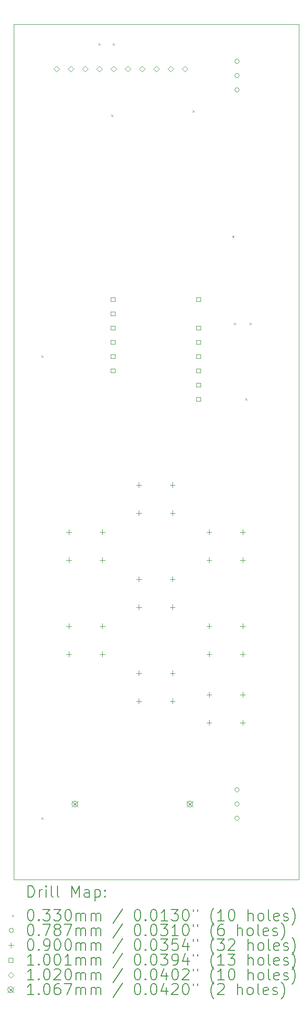
<source format=gbr>
%FSLAX45Y45*%
G04 Gerber Fmt 4.5, Leading zero omitted, Abs format (unit mm)*
G04 Created by KiCad (PCBNEW (6.0.0)) date 2022-06-12 01:08:43*
%MOMM*%
%LPD*%
G01*
G04 APERTURE LIST*
%TA.AperFunction,Profile*%
%ADD10C,0.025400*%
%TD*%
%ADD11C,0.200000*%
%ADD12C,0.033020*%
%ADD13C,0.078740*%
%ADD14C,0.090000*%
%ADD15C,0.100076*%
%ADD16C,0.102000*%
%ADD17C,0.106680*%
G04 APERTURE END LIST*
D10*
X14732000Y-2362200D02*
X9652000Y-2362200D01*
X9652000Y-2362200D02*
X9652000Y-17602200D01*
X9652000Y-17602200D02*
X14732000Y-17602200D01*
X14732000Y-17602200D02*
X14732000Y-2362200D01*
D11*
D12*
X10143490Y-8263890D02*
X10176510Y-8296910D01*
X10176510Y-8263890D02*
X10143490Y-8296910D01*
X10143490Y-16493490D02*
X10176510Y-16526510D01*
X10176510Y-16493490D02*
X10143490Y-16526510D01*
X11159490Y-2701290D02*
X11192510Y-2734310D01*
X11192510Y-2701290D02*
X11159490Y-2734310D01*
X11388090Y-3971290D02*
X11421110Y-4004310D01*
X11421110Y-3971290D02*
X11388090Y-4004310D01*
X11413490Y-2701290D02*
X11446510Y-2734310D01*
X11446510Y-2701290D02*
X11413490Y-2734310D01*
X12835890Y-3895090D02*
X12868910Y-3928110D01*
X12868910Y-3895090D02*
X12835890Y-3928110D01*
X13545340Y-6130290D02*
X13578360Y-6163310D01*
X13578360Y-6130290D02*
X13545340Y-6163310D01*
X13572490Y-7679690D02*
X13605510Y-7712710D01*
X13605510Y-7679690D02*
X13572490Y-7712710D01*
X13775690Y-9025890D02*
X13808710Y-9058910D01*
X13808710Y-9025890D02*
X13775690Y-9058910D01*
X13851890Y-7679690D02*
X13884910Y-7712710D01*
X13884910Y-7679690D02*
X13851890Y-7712710D01*
D13*
X13670749Y-3022050D02*
G75*
G03*
X13670749Y-3022050I-39370J0D01*
G01*
X13670749Y-3276050D02*
G75*
G03*
X13670749Y-3276050I-39370J0D01*
G01*
X13670749Y-3530050D02*
G75*
G03*
X13670749Y-3530050I-39370J0D01*
G01*
X13670749Y-16002000D02*
G75*
G03*
X13670749Y-16002000I-39370J0D01*
G01*
X13670749Y-16256000D02*
G75*
G03*
X13670749Y-16256000I-39370J0D01*
G01*
X13670749Y-16510000D02*
G75*
G03*
X13670749Y-16510000I-39370J0D01*
G01*
D14*
X10632791Y-11363050D02*
X10632791Y-11453050D01*
X10587791Y-11408050D02*
X10677791Y-11408050D01*
X10632791Y-11863050D02*
X10632791Y-11953050D01*
X10587791Y-11908050D02*
X10677791Y-11908050D01*
X10632791Y-13039450D02*
X10632791Y-13129450D01*
X10587791Y-13084450D02*
X10677791Y-13084450D01*
X10632791Y-13539450D02*
X10632791Y-13629450D01*
X10587791Y-13584450D02*
X10677791Y-13584450D01*
X11232791Y-11363050D02*
X11232791Y-11453050D01*
X11187791Y-11408050D02*
X11277791Y-11408050D01*
X11232791Y-11863050D02*
X11232791Y-11953050D01*
X11187791Y-11908050D02*
X11277791Y-11908050D01*
X11232791Y-13039450D02*
X11232791Y-13129450D01*
X11187791Y-13084450D02*
X11277791Y-13084450D01*
X11232791Y-13539450D02*
X11232791Y-13629450D01*
X11187791Y-13584450D02*
X11277791Y-13584450D01*
X11882794Y-10524850D02*
X11882794Y-10614850D01*
X11837794Y-10569850D02*
X11927794Y-10569850D01*
X11882794Y-11024850D02*
X11882794Y-11114850D01*
X11837794Y-11069850D02*
X11927794Y-11069850D01*
X11882795Y-12201250D02*
X11882795Y-12291250D01*
X11837795Y-12246250D02*
X11927795Y-12246250D01*
X11882795Y-12701250D02*
X11882795Y-12791250D01*
X11837795Y-12746250D02*
X11927795Y-12746250D01*
X11882795Y-13877650D02*
X11882795Y-13967650D01*
X11837795Y-13922650D02*
X11927795Y-13922650D01*
X11882795Y-14377650D02*
X11882795Y-14467650D01*
X11837795Y-14422650D02*
X11927795Y-14422650D01*
X12482794Y-10524850D02*
X12482794Y-10614850D01*
X12437794Y-10569850D02*
X12527794Y-10569850D01*
X12482794Y-11024850D02*
X12482794Y-11114850D01*
X12437794Y-11069850D02*
X12527794Y-11069850D01*
X12482795Y-12201250D02*
X12482795Y-12291250D01*
X12437795Y-12246250D02*
X12527795Y-12246250D01*
X12482795Y-12701250D02*
X12482795Y-12791250D01*
X12437795Y-12746250D02*
X12527795Y-12746250D01*
X12482795Y-13877650D02*
X12482795Y-13967650D01*
X12437795Y-13922650D02*
X12527795Y-13922650D01*
X12482795Y-14377650D02*
X12482795Y-14467650D01*
X12437795Y-14422650D02*
X12527795Y-14422650D01*
X13132786Y-11363050D02*
X13132786Y-11453050D01*
X13087786Y-11408050D02*
X13177786Y-11408050D01*
X13132786Y-11863050D02*
X13132786Y-11953050D01*
X13087786Y-11908050D02*
X13177786Y-11908050D01*
X13132786Y-13039450D02*
X13132786Y-13129450D01*
X13087786Y-13084450D02*
X13177786Y-13084450D01*
X13132786Y-13539450D02*
X13132786Y-13629450D01*
X13087786Y-13584450D02*
X13177786Y-13584450D01*
X13132786Y-14258650D02*
X13132786Y-14348650D01*
X13087786Y-14303650D02*
X13177786Y-14303650D01*
X13132786Y-14758650D02*
X13132786Y-14848650D01*
X13087786Y-14803650D02*
X13177786Y-14803650D01*
X13732786Y-11363050D02*
X13732786Y-11453050D01*
X13687786Y-11408050D02*
X13777786Y-11408050D01*
X13732786Y-11863050D02*
X13732786Y-11953050D01*
X13687786Y-11908050D02*
X13777786Y-11908050D01*
X13732786Y-13039450D02*
X13732786Y-13129450D01*
X13687786Y-13084450D02*
X13777786Y-13084450D01*
X13732786Y-13539450D02*
X13732786Y-13629450D01*
X13687786Y-13584450D02*
X13777786Y-13584450D01*
X13732786Y-14258650D02*
X13732786Y-14348650D01*
X13687786Y-14303650D02*
X13777786Y-14303650D01*
X13732786Y-14758650D02*
X13732786Y-14848650D01*
X13687786Y-14803650D02*
X13777786Y-14803650D01*
D15*
X11456171Y-7299232D02*
X11456171Y-7228467D01*
X11385406Y-7228467D01*
X11385406Y-7299232D01*
X11456171Y-7299232D01*
X11456171Y-7553232D02*
X11456171Y-7482467D01*
X11385406Y-7482467D01*
X11385406Y-7553232D01*
X11456171Y-7553232D01*
X11456171Y-7807232D02*
X11456171Y-7736467D01*
X11385406Y-7736467D01*
X11385406Y-7807232D01*
X11456171Y-7807232D01*
X11456171Y-8061232D02*
X11456171Y-7990467D01*
X11385406Y-7990467D01*
X11385406Y-8061232D01*
X11456171Y-8061232D01*
X11456171Y-8315232D02*
X11456171Y-8244467D01*
X11385406Y-8244467D01*
X11385406Y-8315232D01*
X11456171Y-8315232D01*
X11456171Y-8569233D02*
X11456171Y-8498468D01*
X11385406Y-8498468D01*
X11385406Y-8569233D01*
X11456171Y-8569233D01*
X12980171Y-7299232D02*
X12980171Y-7228467D01*
X12909406Y-7228467D01*
X12909406Y-7299232D01*
X12980171Y-7299232D01*
X12980171Y-7807232D02*
X12980171Y-7736467D01*
X12909406Y-7736467D01*
X12909406Y-7807232D01*
X12980171Y-7807232D01*
X12980171Y-8061232D02*
X12980171Y-7990467D01*
X12909406Y-7990467D01*
X12909406Y-8061232D01*
X12980171Y-8061232D01*
X12980171Y-8315232D02*
X12980171Y-8244467D01*
X12909406Y-8244467D01*
X12909406Y-8315232D01*
X12980171Y-8315232D01*
X12980171Y-8569233D02*
X12980171Y-8498468D01*
X12909406Y-8498468D01*
X12909406Y-8569233D01*
X12980171Y-8569233D01*
X12980171Y-8823233D02*
X12980171Y-8752468D01*
X12909406Y-8752468D01*
X12909406Y-8823233D01*
X12980171Y-8823233D01*
X12980171Y-9077233D02*
X12980171Y-9006468D01*
X12909406Y-9006468D01*
X12909406Y-9077233D01*
X12980171Y-9077233D01*
D16*
X10416139Y-3206950D02*
X10467139Y-3155950D01*
X10416139Y-3104950D01*
X10365139Y-3155950D01*
X10416139Y-3206950D01*
X10670139Y-3206950D02*
X10721139Y-3155950D01*
X10670139Y-3104950D01*
X10619139Y-3155950D01*
X10670139Y-3206950D01*
X10924139Y-3206950D02*
X10975139Y-3155950D01*
X10924139Y-3104950D01*
X10873139Y-3155950D01*
X10924139Y-3206950D01*
X11178139Y-3206950D02*
X11229139Y-3155950D01*
X11178139Y-3104950D01*
X11127139Y-3155950D01*
X11178139Y-3206950D01*
X11432139Y-3206950D02*
X11483139Y-3155950D01*
X11432139Y-3104950D01*
X11381139Y-3155950D01*
X11432139Y-3206950D01*
X11686139Y-3206950D02*
X11737139Y-3155950D01*
X11686139Y-3104950D01*
X11635139Y-3155950D01*
X11686139Y-3206950D01*
X11940139Y-3206950D02*
X11991139Y-3155950D01*
X11940139Y-3104950D01*
X11889139Y-3155950D01*
X11940139Y-3206950D01*
X12194139Y-3206950D02*
X12245139Y-3155950D01*
X12194139Y-3104950D01*
X12143139Y-3155950D01*
X12194139Y-3206950D01*
X12448139Y-3206950D02*
X12499139Y-3155950D01*
X12448139Y-3104950D01*
X12397139Y-3155950D01*
X12448139Y-3206950D01*
X12702139Y-3206950D02*
X12753139Y-3155950D01*
X12702139Y-3104950D01*
X12651139Y-3155950D01*
X12702139Y-3206950D01*
D17*
X10690060Y-16202109D02*
X10796740Y-16308789D01*
X10796740Y-16202109D02*
X10690060Y-16308789D01*
X10796740Y-16255449D02*
G75*
G03*
X10796740Y-16255449I-53340J0D01*
G01*
X12739840Y-16202109D02*
X12846520Y-16308789D01*
X12846520Y-16202109D02*
X12739840Y-16308789D01*
X12846520Y-16255449D02*
G75*
G03*
X12846520Y-16255449I-53340J0D01*
G01*
D11*
X9908349Y-17913946D02*
X9908349Y-17713946D01*
X9955968Y-17713946D01*
X9984540Y-17723470D01*
X10003587Y-17742518D01*
X10013111Y-17761565D01*
X10022635Y-17799660D01*
X10022635Y-17828232D01*
X10013111Y-17866327D01*
X10003587Y-17885375D01*
X9984540Y-17904422D01*
X9955968Y-17913946D01*
X9908349Y-17913946D01*
X10108349Y-17913946D02*
X10108349Y-17780613D01*
X10108349Y-17818708D02*
X10117873Y-17799660D01*
X10127397Y-17790137D01*
X10146444Y-17780613D01*
X10165492Y-17780613D01*
X10232159Y-17913946D02*
X10232159Y-17780613D01*
X10232159Y-17713946D02*
X10222635Y-17723470D01*
X10232159Y-17732994D01*
X10241682Y-17723470D01*
X10232159Y-17713946D01*
X10232159Y-17732994D01*
X10355968Y-17913946D02*
X10336920Y-17904422D01*
X10327397Y-17885375D01*
X10327397Y-17713946D01*
X10460730Y-17913946D02*
X10441682Y-17904422D01*
X10432159Y-17885375D01*
X10432159Y-17713946D01*
X10689301Y-17913946D02*
X10689301Y-17713946D01*
X10755968Y-17856803D01*
X10822635Y-17713946D01*
X10822635Y-17913946D01*
X11003587Y-17913946D02*
X11003587Y-17809184D01*
X10994063Y-17790137D01*
X10975016Y-17780613D01*
X10936920Y-17780613D01*
X10917873Y-17790137D01*
X11003587Y-17904422D02*
X10984540Y-17913946D01*
X10936920Y-17913946D01*
X10917873Y-17904422D01*
X10908349Y-17885375D01*
X10908349Y-17866327D01*
X10917873Y-17847280D01*
X10936920Y-17837756D01*
X10984540Y-17837756D01*
X11003587Y-17828232D01*
X11098825Y-17780613D02*
X11098825Y-17980613D01*
X11098825Y-17790137D02*
X11117873Y-17780613D01*
X11155968Y-17780613D01*
X11175016Y-17790137D01*
X11184540Y-17799660D01*
X11194063Y-17818708D01*
X11194063Y-17875851D01*
X11184540Y-17894899D01*
X11175016Y-17904422D01*
X11155968Y-17913946D01*
X11117873Y-17913946D01*
X11098825Y-17904422D01*
X11279778Y-17894899D02*
X11289301Y-17904422D01*
X11279778Y-17913946D01*
X11270254Y-17904422D01*
X11279778Y-17894899D01*
X11279778Y-17913946D01*
X11279778Y-17790137D02*
X11289301Y-17799660D01*
X11279778Y-17809184D01*
X11270254Y-17799660D01*
X11279778Y-17790137D01*
X11279778Y-17809184D01*
D12*
X9617710Y-18226960D02*
X9650730Y-18259980D01*
X9650730Y-18226960D02*
X9617710Y-18259980D01*
D11*
X9946444Y-18133946D02*
X9965492Y-18133946D01*
X9984540Y-18143470D01*
X9994063Y-18152994D01*
X10003587Y-18172041D01*
X10013111Y-18210137D01*
X10013111Y-18257756D01*
X10003587Y-18295851D01*
X9994063Y-18314899D01*
X9984540Y-18324422D01*
X9965492Y-18333946D01*
X9946444Y-18333946D01*
X9927397Y-18324422D01*
X9917873Y-18314899D01*
X9908349Y-18295851D01*
X9898825Y-18257756D01*
X9898825Y-18210137D01*
X9908349Y-18172041D01*
X9917873Y-18152994D01*
X9927397Y-18143470D01*
X9946444Y-18133946D01*
X10098825Y-18314899D02*
X10108349Y-18324422D01*
X10098825Y-18333946D01*
X10089301Y-18324422D01*
X10098825Y-18314899D01*
X10098825Y-18333946D01*
X10175016Y-18133946D02*
X10298825Y-18133946D01*
X10232159Y-18210137D01*
X10260730Y-18210137D01*
X10279778Y-18219660D01*
X10289301Y-18229184D01*
X10298825Y-18248232D01*
X10298825Y-18295851D01*
X10289301Y-18314899D01*
X10279778Y-18324422D01*
X10260730Y-18333946D01*
X10203587Y-18333946D01*
X10184540Y-18324422D01*
X10175016Y-18314899D01*
X10365492Y-18133946D02*
X10489301Y-18133946D01*
X10422635Y-18210137D01*
X10451206Y-18210137D01*
X10470254Y-18219660D01*
X10479778Y-18229184D01*
X10489301Y-18248232D01*
X10489301Y-18295851D01*
X10479778Y-18314899D01*
X10470254Y-18324422D01*
X10451206Y-18333946D01*
X10394063Y-18333946D01*
X10375016Y-18324422D01*
X10365492Y-18314899D01*
X10613111Y-18133946D02*
X10632159Y-18133946D01*
X10651206Y-18143470D01*
X10660730Y-18152994D01*
X10670254Y-18172041D01*
X10679778Y-18210137D01*
X10679778Y-18257756D01*
X10670254Y-18295851D01*
X10660730Y-18314899D01*
X10651206Y-18324422D01*
X10632159Y-18333946D01*
X10613111Y-18333946D01*
X10594063Y-18324422D01*
X10584540Y-18314899D01*
X10575016Y-18295851D01*
X10565492Y-18257756D01*
X10565492Y-18210137D01*
X10575016Y-18172041D01*
X10584540Y-18152994D01*
X10594063Y-18143470D01*
X10613111Y-18133946D01*
X10765492Y-18333946D02*
X10765492Y-18200613D01*
X10765492Y-18219660D02*
X10775016Y-18210137D01*
X10794063Y-18200613D01*
X10822635Y-18200613D01*
X10841682Y-18210137D01*
X10851206Y-18229184D01*
X10851206Y-18333946D01*
X10851206Y-18229184D02*
X10860730Y-18210137D01*
X10879778Y-18200613D01*
X10908349Y-18200613D01*
X10927397Y-18210137D01*
X10936920Y-18229184D01*
X10936920Y-18333946D01*
X11032159Y-18333946D02*
X11032159Y-18200613D01*
X11032159Y-18219660D02*
X11041682Y-18210137D01*
X11060730Y-18200613D01*
X11089301Y-18200613D01*
X11108349Y-18210137D01*
X11117873Y-18229184D01*
X11117873Y-18333946D01*
X11117873Y-18229184D02*
X11127397Y-18210137D01*
X11146444Y-18200613D01*
X11175016Y-18200613D01*
X11194063Y-18210137D01*
X11203587Y-18229184D01*
X11203587Y-18333946D01*
X11594063Y-18124422D02*
X11422635Y-18381565D01*
X11851206Y-18133946D02*
X11870254Y-18133946D01*
X11889301Y-18143470D01*
X11898825Y-18152994D01*
X11908349Y-18172041D01*
X11917873Y-18210137D01*
X11917873Y-18257756D01*
X11908349Y-18295851D01*
X11898825Y-18314899D01*
X11889301Y-18324422D01*
X11870254Y-18333946D01*
X11851206Y-18333946D01*
X11832158Y-18324422D01*
X11822635Y-18314899D01*
X11813111Y-18295851D01*
X11803587Y-18257756D01*
X11803587Y-18210137D01*
X11813111Y-18172041D01*
X11822635Y-18152994D01*
X11832158Y-18143470D01*
X11851206Y-18133946D01*
X12003587Y-18314899D02*
X12013111Y-18324422D01*
X12003587Y-18333946D01*
X11994063Y-18324422D01*
X12003587Y-18314899D01*
X12003587Y-18333946D01*
X12136920Y-18133946D02*
X12155968Y-18133946D01*
X12175016Y-18143470D01*
X12184539Y-18152994D01*
X12194063Y-18172041D01*
X12203587Y-18210137D01*
X12203587Y-18257756D01*
X12194063Y-18295851D01*
X12184539Y-18314899D01*
X12175016Y-18324422D01*
X12155968Y-18333946D01*
X12136920Y-18333946D01*
X12117873Y-18324422D01*
X12108349Y-18314899D01*
X12098825Y-18295851D01*
X12089301Y-18257756D01*
X12089301Y-18210137D01*
X12098825Y-18172041D01*
X12108349Y-18152994D01*
X12117873Y-18143470D01*
X12136920Y-18133946D01*
X12394063Y-18333946D02*
X12279778Y-18333946D01*
X12336920Y-18333946D02*
X12336920Y-18133946D01*
X12317873Y-18162518D01*
X12298825Y-18181565D01*
X12279778Y-18191089D01*
X12460730Y-18133946D02*
X12584539Y-18133946D01*
X12517873Y-18210137D01*
X12546444Y-18210137D01*
X12565492Y-18219660D01*
X12575016Y-18229184D01*
X12584539Y-18248232D01*
X12584539Y-18295851D01*
X12575016Y-18314899D01*
X12565492Y-18324422D01*
X12546444Y-18333946D01*
X12489301Y-18333946D01*
X12470254Y-18324422D01*
X12460730Y-18314899D01*
X12708349Y-18133946D02*
X12727397Y-18133946D01*
X12746444Y-18143470D01*
X12755968Y-18152994D01*
X12765492Y-18172041D01*
X12775016Y-18210137D01*
X12775016Y-18257756D01*
X12765492Y-18295851D01*
X12755968Y-18314899D01*
X12746444Y-18324422D01*
X12727397Y-18333946D01*
X12708349Y-18333946D01*
X12689301Y-18324422D01*
X12679778Y-18314899D01*
X12670254Y-18295851D01*
X12660730Y-18257756D01*
X12660730Y-18210137D01*
X12670254Y-18172041D01*
X12679778Y-18152994D01*
X12689301Y-18143470D01*
X12708349Y-18133946D01*
X12851206Y-18133946D02*
X12851206Y-18172041D01*
X12927397Y-18133946D02*
X12927397Y-18172041D01*
X13222635Y-18410137D02*
X13213111Y-18400613D01*
X13194063Y-18372041D01*
X13184539Y-18352994D01*
X13175016Y-18324422D01*
X13165492Y-18276803D01*
X13165492Y-18238708D01*
X13175016Y-18191089D01*
X13184539Y-18162518D01*
X13194063Y-18143470D01*
X13213111Y-18114899D01*
X13222635Y-18105375D01*
X13403587Y-18333946D02*
X13289301Y-18333946D01*
X13346444Y-18333946D02*
X13346444Y-18133946D01*
X13327397Y-18162518D01*
X13308349Y-18181565D01*
X13289301Y-18191089D01*
X13527397Y-18133946D02*
X13546444Y-18133946D01*
X13565492Y-18143470D01*
X13575016Y-18152994D01*
X13584539Y-18172041D01*
X13594063Y-18210137D01*
X13594063Y-18257756D01*
X13584539Y-18295851D01*
X13575016Y-18314899D01*
X13565492Y-18324422D01*
X13546444Y-18333946D01*
X13527397Y-18333946D01*
X13508349Y-18324422D01*
X13498825Y-18314899D01*
X13489301Y-18295851D01*
X13479778Y-18257756D01*
X13479778Y-18210137D01*
X13489301Y-18172041D01*
X13498825Y-18152994D01*
X13508349Y-18143470D01*
X13527397Y-18133946D01*
X13832158Y-18333946D02*
X13832158Y-18133946D01*
X13917873Y-18333946D02*
X13917873Y-18229184D01*
X13908349Y-18210137D01*
X13889301Y-18200613D01*
X13860730Y-18200613D01*
X13841682Y-18210137D01*
X13832158Y-18219660D01*
X14041682Y-18333946D02*
X14022635Y-18324422D01*
X14013111Y-18314899D01*
X14003587Y-18295851D01*
X14003587Y-18238708D01*
X14013111Y-18219660D01*
X14022635Y-18210137D01*
X14041682Y-18200613D01*
X14070254Y-18200613D01*
X14089301Y-18210137D01*
X14098825Y-18219660D01*
X14108349Y-18238708D01*
X14108349Y-18295851D01*
X14098825Y-18314899D01*
X14089301Y-18324422D01*
X14070254Y-18333946D01*
X14041682Y-18333946D01*
X14222635Y-18333946D02*
X14203587Y-18324422D01*
X14194063Y-18305375D01*
X14194063Y-18133946D01*
X14375016Y-18324422D02*
X14355968Y-18333946D01*
X14317873Y-18333946D01*
X14298825Y-18324422D01*
X14289301Y-18305375D01*
X14289301Y-18229184D01*
X14298825Y-18210137D01*
X14317873Y-18200613D01*
X14355968Y-18200613D01*
X14375016Y-18210137D01*
X14384539Y-18229184D01*
X14384539Y-18248232D01*
X14289301Y-18267280D01*
X14460730Y-18324422D02*
X14479778Y-18333946D01*
X14517873Y-18333946D01*
X14536920Y-18324422D01*
X14546444Y-18305375D01*
X14546444Y-18295851D01*
X14536920Y-18276803D01*
X14517873Y-18267280D01*
X14489301Y-18267280D01*
X14470254Y-18257756D01*
X14460730Y-18238708D01*
X14460730Y-18229184D01*
X14470254Y-18210137D01*
X14489301Y-18200613D01*
X14517873Y-18200613D01*
X14536920Y-18210137D01*
X14613111Y-18410137D02*
X14622635Y-18400613D01*
X14641682Y-18372041D01*
X14651206Y-18352994D01*
X14660730Y-18324422D01*
X14670254Y-18276803D01*
X14670254Y-18238708D01*
X14660730Y-18191089D01*
X14651206Y-18162518D01*
X14641682Y-18143470D01*
X14622635Y-18114899D01*
X14613111Y-18105375D01*
D13*
X9650730Y-18507470D02*
G75*
G03*
X9650730Y-18507470I-39370J0D01*
G01*
D11*
X9946444Y-18397946D02*
X9965492Y-18397946D01*
X9984540Y-18407470D01*
X9994063Y-18416994D01*
X10003587Y-18436041D01*
X10013111Y-18474137D01*
X10013111Y-18521756D01*
X10003587Y-18559851D01*
X9994063Y-18578899D01*
X9984540Y-18588422D01*
X9965492Y-18597946D01*
X9946444Y-18597946D01*
X9927397Y-18588422D01*
X9917873Y-18578899D01*
X9908349Y-18559851D01*
X9898825Y-18521756D01*
X9898825Y-18474137D01*
X9908349Y-18436041D01*
X9917873Y-18416994D01*
X9927397Y-18407470D01*
X9946444Y-18397946D01*
X10098825Y-18578899D02*
X10108349Y-18588422D01*
X10098825Y-18597946D01*
X10089301Y-18588422D01*
X10098825Y-18578899D01*
X10098825Y-18597946D01*
X10175016Y-18397946D02*
X10308349Y-18397946D01*
X10222635Y-18597946D01*
X10413111Y-18483660D02*
X10394063Y-18474137D01*
X10384540Y-18464613D01*
X10375016Y-18445565D01*
X10375016Y-18436041D01*
X10384540Y-18416994D01*
X10394063Y-18407470D01*
X10413111Y-18397946D01*
X10451206Y-18397946D01*
X10470254Y-18407470D01*
X10479778Y-18416994D01*
X10489301Y-18436041D01*
X10489301Y-18445565D01*
X10479778Y-18464613D01*
X10470254Y-18474137D01*
X10451206Y-18483660D01*
X10413111Y-18483660D01*
X10394063Y-18493184D01*
X10384540Y-18502708D01*
X10375016Y-18521756D01*
X10375016Y-18559851D01*
X10384540Y-18578899D01*
X10394063Y-18588422D01*
X10413111Y-18597946D01*
X10451206Y-18597946D01*
X10470254Y-18588422D01*
X10479778Y-18578899D01*
X10489301Y-18559851D01*
X10489301Y-18521756D01*
X10479778Y-18502708D01*
X10470254Y-18493184D01*
X10451206Y-18483660D01*
X10555968Y-18397946D02*
X10689301Y-18397946D01*
X10603587Y-18597946D01*
X10765492Y-18597946D02*
X10765492Y-18464613D01*
X10765492Y-18483660D02*
X10775016Y-18474137D01*
X10794063Y-18464613D01*
X10822635Y-18464613D01*
X10841682Y-18474137D01*
X10851206Y-18493184D01*
X10851206Y-18597946D01*
X10851206Y-18493184D02*
X10860730Y-18474137D01*
X10879778Y-18464613D01*
X10908349Y-18464613D01*
X10927397Y-18474137D01*
X10936920Y-18493184D01*
X10936920Y-18597946D01*
X11032159Y-18597946D02*
X11032159Y-18464613D01*
X11032159Y-18483660D02*
X11041682Y-18474137D01*
X11060730Y-18464613D01*
X11089301Y-18464613D01*
X11108349Y-18474137D01*
X11117873Y-18493184D01*
X11117873Y-18597946D01*
X11117873Y-18493184D02*
X11127397Y-18474137D01*
X11146444Y-18464613D01*
X11175016Y-18464613D01*
X11194063Y-18474137D01*
X11203587Y-18493184D01*
X11203587Y-18597946D01*
X11594063Y-18388422D02*
X11422635Y-18645565D01*
X11851206Y-18397946D02*
X11870254Y-18397946D01*
X11889301Y-18407470D01*
X11898825Y-18416994D01*
X11908349Y-18436041D01*
X11917873Y-18474137D01*
X11917873Y-18521756D01*
X11908349Y-18559851D01*
X11898825Y-18578899D01*
X11889301Y-18588422D01*
X11870254Y-18597946D01*
X11851206Y-18597946D01*
X11832158Y-18588422D01*
X11822635Y-18578899D01*
X11813111Y-18559851D01*
X11803587Y-18521756D01*
X11803587Y-18474137D01*
X11813111Y-18436041D01*
X11822635Y-18416994D01*
X11832158Y-18407470D01*
X11851206Y-18397946D01*
X12003587Y-18578899D02*
X12013111Y-18588422D01*
X12003587Y-18597946D01*
X11994063Y-18588422D01*
X12003587Y-18578899D01*
X12003587Y-18597946D01*
X12136920Y-18397946D02*
X12155968Y-18397946D01*
X12175016Y-18407470D01*
X12184539Y-18416994D01*
X12194063Y-18436041D01*
X12203587Y-18474137D01*
X12203587Y-18521756D01*
X12194063Y-18559851D01*
X12184539Y-18578899D01*
X12175016Y-18588422D01*
X12155968Y-18597946D01*
X12136920Y-18597946D01*
X12117873Y-18588422D01*
X12108349Y-18578899D01*
X12098825Y-18559851D01*
X12089301Y-18521756D01*
X12089301Y-18474137D01*
X12098825Y-18436041D01*
X12108349Y-18416994D01*
X12117873Y-18407470D01*
X12136920Y-18397946D01*
X12270254Y-18397946D02*
X12394063Y-18397946D01*
X12327397Y-18474137D01*
X12355968Y-18474137D01*
X12375016Y-18483660D01*
X12384539Y-18493184D01*
X12394063Y-18512232D01*
X12394063Y-18559851D01*
X12384539Y-18578899D01*
X12375016Y-18588422D01*
X12355968Y-18597946D01*
X12298825Y-18597946D01*
X12279778Y-18588422D01*
X12270254Y-18578899D01*
X12584539Y-18597946D02*
X12470254Y-18597946D01*
X12527397Y-18597946D02*
X12527397Y-18397946D01*
X12508349Y-18426518D01*
X12489301Y-18445565D01*
X12470254Y-18455089D01*
X12708349Y-18397946D02*
X12727397Y-18397946D01*
X12746444Y-18407470D01*
X12755968Y-18416994D01*
X12765492Y-18436041D01*
X12775016Y-18474137D01*
X12775016Y-18521756D01*
X12765492Y-18559851D01*
X12755968Y-18578899D01*
X12746444Y-18588422D01*
X12727397Y-18597946D01*
X12708349Y-18597946D01*
X12689301Y-18588422D01*
X12679778Y-18578899D01*
X12670254Y-18559851D01*
X12660730Y-18521756D01*
X12660730Y-18474137D01*
X12670254Y-18436041D01*
X12679778Y-18416994D01*
X12689301Y-18407470D01*
X12708349Y-18397946D01*
X12851206Y-18397946D02*
X12851206Y-18436041D01*
X12927397Y-18397946D02*
X12927397Y-18436041D01*
X13222635Y-18674137D02*
X13213111Y-18664613D01*
X13194063Y-18636041D01*
X13184539Y-18616994D01*
X13175016Y-18588422D01*
X13165492Y-18540803D01*
X13165492Y-18502708D01*
X13175016Y-18455089D01*
X13184539Y-18426518D01*
X13194063Y-18407470D01*
X13213111Y-18378899D01*
X13222635Y-18369375D01*
X13384539Y-18397946D02*
X13346444Y-18397946D01*
X13327397Y-18407470D01*
X13317873Y-18416994D01*
X13298825Y-18445565D01*
X13289301Y-18483660D01*
X13289301Y-18559851D01*
X13298825Y-18578899D01*
X13308349Y-18588422D01*
X13327397Y-18597946D01*
X13365492Y-18597946D01*
X13384539Y-18588422D01*
X13394063Y-18578899D01*
X13403587Y-18559851D01*
X13403587Y-18512232D01*
X13394063Y-18493184D01*
X13384539Y-18483660D01*
X13365492Y-18474137D01*
X13327397Y-18474137D01*
X13308349Y-18483660D01*
X13298825Y-18493184D01*
X13289301Y-18512232D01*
X13641682Y-18597946D02*
X13641682Y-18397946D01*
X13727397Y-18597946D02*
X13727397Y-18493184D01*
X13717873Y-18474137D01*
X13698825Y-18464613D01*
X13670254Y-18464613D01*
X13651206Y-18474137D01*
X13641682Y-18483660D01*
X13851206Y-18597946D02*
X13832158Y-18588422D01*
X13822635Y-18578899D01*
X13813111Y-18559851D01*
X13813111Y-18502708D01*
X13822635Y-18483660D01*
X13832158Y-18474137D01*
X13851206Y-18464613D01*
X13879778Y-18464613D01*
X13898825Y-18474137D01*
X13908349Y-18483660D01*
X13917873Y-18502708D01*
X13917873Y-18559851D01*
X13908349Y-18578899D01*
X13898825Y-18588422D01*
X13879778Y-18597946D01*
X13851206Y-18597946D01*
X14032158Y-18597946D02*
X14013111Y-18588422D01*
X14003587Y-18569375D01*
X14003587Y-18397946D01*
X14184539Y-18588422D02*
X14165492Y-18597946D01*
X14127397Y-18597946D01*
X14108349Y-18588422D01*
X14098825Y-18569375D01*
X14098825Y-18493184D01*
X14108349Y-18474137D01*
X14127397Y-18464613D01*
X14165492Y-18464613D01*
X14184539Y-18474137D01*
X14194063Y-18493184D01*
X14194063Y-18512232D01*
X14098825Y-18531280D01*
X14270254Y-18588422D02*
X14289301Y-18597946D01*
X14327397Y-18597946D01*
X14346444Y-18588422D01*
X14355968Y-18569375D01*
X14355968Y-18559851D01*
X14346444Y-18540803D01*
X14327397Y-18531280D01*
X14298825Y-18531280D01*
X14279778Y-18521756D01*
X14270254Y-18502708D01*
X14270254Y-18493184D01*
X14279778Y-18474137D01*
X14298825Y-18464613D01*
X14327397Y-18464613D01*
X14346444Y-18474137D01*
X14422635Y-18674137D02*
X14432158Y-18664613D01*
X14451206Y-18636041D01*
X14460730Y-18616994D01*
X14470254Y-18588422D01*
X14479778Y-18540803D01*
X14479778Y-18502708D01*
X14470254Y-18455089D01*
X14460730Y-18426518D01*
X14451206Y-18407470D01*
X14432158Y-18378899D01*
X14422635Y-18369375D01*
D14*
X9605730Y-18726470D02*
X9605730Y-18816470D01*
X9560730Y-18771470D02*
X9650730Y-18771470D01*
D11*
X9946444Y-18661946D02*
X9965492Y-18661946D01*
X9984540Y-18671470D01*
X9994063Y-18680994D01*
X10003587Y-18700041D01*
X10013111Y-18738137D01*
X10013111Y-18785756D01*
X10003587Y-18823851D01*
X9994063Y-18842899D01*
X9984540Y-18852422D01*
X9965492Y-18861946D01*
X9946444Y-18861946D01*
X9927397Y-18852422D01*
X9917873Y-18842899D01*
X9908349Y-18823851D01*
X9898825Y-18785756D01*
X9898825Y-18738137D01*
X9908349Y-18700041D01*
X9917873Y-18680994D01*
X9927397Y-18671470D01*
X9946444Y-18661946D01*
X10098825Y-18842899D02*
X10108349Y-18852422D01*
X10098825Y-18861946D01*
X10089301Y-18852422D01*
X10098825Y-18842899D01*
X10098825Y-18861946D01*
X10203587Y-18861946D02*
X10241682Y-18861946D01*
X10260730Y-18852422D01*
X10270254Y-18842899D01*
X10289301Y-18814327D01*
X10298825Y-18776232D01*
X10298825Y-18700041D01*
X10289301Y-18680994D01*
X10279778Y-18671470D01*
X10260730Y-18661946D01*
X10222635Y-18661946D01*
X10203587Y-18671470D01*
X10194063Y-18680994D01*
X10184540Y-18700041D01*
X10184540Y-18747660D01*
X10194063Y-18766708D01*
X10203587Y-18776232D01*
X10222635Y-18785756D01*
X10260730Y-18785756D01*
X10279778Y-18776232D01*
X10289301Y-18766708D01*
X10298825Y-18747660D01*
X10422635Y-18661946D02*
X10441682Y-18661946D01*
X10460730Y-18671470D01*
X10470254Y-18680994D01*
X10479778Y-18700041D01*
X10489301Y-18738137D01*
X10489301Y-18785756D01*
X10479778Y-18823851D01*
X10470254Y-18842899D01*
X10460730Y-18852422D01*
X10441682Y-18861946D01*
X10422635Y-18861946D01*
X10403587Y-18852422D01*
X10394063Y-18842899D01*
X10384540Y-18823851D01*
X10375016Y-18785756D01*
X10375016Y-18738137D01*
X10384540Y-18700041D01*
X10394063Y-18680994D01*
X10403587Y-18671470D01*
X10422635Y-18661946D01*
X10613111Y-18661946D02*
X10632159Y-18661946D01*
X10651206Y-18671470D01*
X10660730Y-18680994D01*
X10670254Y-18700041D01*
X10679778Y-18738137D01*
X10679778Y-18785756D01*
X10670254Y-18823851D01*
X10660730Y-18842899D01*
X10651206Y-18852422D01*
X10632159Y-18861946D01*
X10613111Y-18861946D01*
X10594063Y-18852422D01*
X10584540Y-18842899D01*
X10575016Y-18823851D01*
X10565492Y-18785756D01*
X10565492Y-18738137D01*
X10575016Y-18700041D01*
X10584540Y-18680994D01*
X10594063Y-18671470D01*
X10613111Y-18661946D01*
X10765492Y-18861946D02*
X10765492Y-18728613D01*
X10765492Y-18747660D02*
X10775016Y-18738137D01*
X10794063Y-18728613D01*
X10822635Y-18728613D01*
X10841682Y-18738137D01*
X10851206Y-18757184D01*
X10851206Y-18861946D01*
X10851206Y-18757184D02*
X10860730Y-18738137D01*
X10879778Y-18728613D01*
X10908349Y-18728613D01*
X10927397Y-18738137D01*
X10936920Y-18757184D01*
X10936920Y-18861946D01*
X11032159Y-18861946D02*
X11032159Y-18728613D01*
X11032159Y-18747660D02*
X11041682Y-18738137D01*
X11060730Y-18728613D01*
X11089301Y-18728613D01*
X11108349Y-18738137D01*
X11117873Y-18757184D01*
X11117873Y-18861946D01*
X11117873Y-18757184D02*
X11127397Y-18738137D01*
X11146444Y-18728613D01*
X11175016Y-18728613D01*
X11194063Y-18738137D01*
X11203587Y-18757184D01*
X11203587Y-18861946D01*
X11594063Y-18652422D02*
X11422635Y-18909565D01*
X11851206Y-18661946D02*
X11870254Y-18661946D01*
X11889301Y-18671470D01*
X11898825Y-18680994D01*
X11908349Y-18700041D01*
X11917873Y-18738137D01*
X11917873Y-18785756D01*
X11908349Y-18823851D01*
X11898825Y-18842899D01*
X11889301Y-18852422D01*
X11870254Y-18861946D01*
X11851206Y-18861946D01*
X11832158Y-18852422D01*
X11822635Y-18842899D01*
X11813111Y-18823851D01*
X11803587Y-18785756D01*
X11803587Y-18738137D01*
X11813111Y-18700041D01*
X11822635Y-18680994D01*
X11832158Y-18671470D01*
X11851206Y-18661946D01*
X12003587Y-18842899D02*
X12013111Y-18852422D01*
X12003587Y-18861946D01*
X11994063Y-18852422D01*
X12003587Y-18842899D01*
X12003587Y-18861946D01*
X12136920Y-18661946D02*
X12155968Y-18661946D01*
X12175016Y-18671470D01*
X12184539Y-18680994D01*
X12194063Y-18700041D01*
X12203587Y-18738137D01*
X12203587Y-18785756D01*
X12194063Y-18823851D01*
X12184539Y-18842899D01*
X12175016Y-18852422D01*
X12155968Y-18861946D01*
X12136920Y-18861946D01*
X12117873Y-18852422D01*
X12108349Y-18842899D01*
X12098825Y-18823851D01*
X12089301Y-18785756D01*
X12089301Y-18738137D01*
X12098825Y-18700041D01*
X12108349Y-18680994D01*
X12117873Y-18671470D01*
X12136920Y-18661946D01*
X12270254Y-18661946D02*
X12394063Y-18661946D01*
X12327397Y-18738137D01*
X12355968Y-18738137D01*
X12375016Y-18747660D01*
X12384539Y-18757184D01*
X12394063Y-18776232D01*
X12394063Y-18823851D01*
X12384539Y-18842899D01*
X12375016Y-18852422D01*
X12355968Y-18861946D01*
X12298825Y-18861946D01*
X12279778Y-18852422D01*
X12270254Y-18842899D01*
X12575016Y-18661946D02*
X12479778Y-18661946D01*
X12470254Y-18757184D01*
X12479778Y-18747660D01*
X12498825Y-18738137D01*
X12546444Y-18738137D01*
X12565492Y-18747660D01*
X12575016Y-18757184D01*
X12584539Y-18776232D01*
X12584539Y-18823851D01*
X12575016Y-18842899D01*
X12565492Y-18852422D01*
X12546444Y-18861946D01*
X12498825Y-18861946D01*
X12479778Y-18852422D01*
X12470254Y-18842899D01*
X12755968Y-18728613D02*
X12755968Y-18861946D01*
X12708349Y-18652422D02*
X12660730Y-18795280D01*
X12784539Y-18795280D01*
X12851206Y-18661946D02*
X12851206Y-18700041D01*
X12927397Y-18661946D02*
X12927397Y-18700041D01*
X13222635Y-18938137D02*
X13213111Y-18928613D01*
X13194063Y-18900041D01*
X13184539Y-18880994D01*
X13175016Y-18852422D01*
X13165492Y-18804803D01*
X13165492Y-18766708D01*
X13175016Y-18719089D01*
X13184539Y-18690518D01*
X13194063Y-18671470D01*
X13213111Y-18642899D01*
X13222635Y-18633375D01*
X13279778Y-18661946D02*
X13403587Y-18661946D01*
X13336920Y-18738137D01*
X13365492Y-18738137D01*
X13384539Y-18747660D01*
X13394063Y-18757184D01*
X13403587Y-18776232D01*
X13403587Y-18823851D01*
X13394063Y-18842899D01*
X13384539Y-18852422D01*
X13365492Y-18861946D01*
X13308349Y-18861946D01*
X13289301Y-18852422D01*
X13279778Y-18842899D01*
X13479778Y-18680994D02*
X13489301Y-18671470D01*
X13508349Y-18661946D01*
X13555968Y-18661946D01*
X13575016Y-18671470D01*
X13584539Y-18680994D01*
X13594063Y-18700041D01*
X13594063Y-18719089D01*
X13584539Y-18747660D01*
X13470254Y-18861946D01*
X13594063Y-18861946D01*
X13832158Y-18861946D02*
X13832158Y-18661946D01*
X13917873Y-18861946D02*
X13917873Y-18757184D01*
X13908349Y-18738137D01*
X13889301Y-18728613D01*
X13860730Y-18728613D01*
X13841682Y-18738137D01*
X13832158Y-18747660D01*
X14041682Y-18861946D02*
X14022635Y-18852422D01*
X14013111Y-18842899D01*
X14003587Y-18823851D01*
X14003587Y-18766708D01*
X14013111Y-18747660D01*
X14022635Y-18738137D01*
X14041682Y-18728613D01*
X14070254Y-18728613D01*
X14089301Y-18738137D01*
X14098825Y-18747660D01*
X14108349Y-18766708D01*
X14108349Y-18823851D01*
X14098825Y-18842899D01*
X14089301Y-18852422D01*
X14070254Y-18861946D01*
X14041682Y-18861946D01*
X14222635Y-18861946D02*
X14203587Y-18852422D01*
X14194063Y-18833375D01*
X14194063Y-18661946D01*
X14375016Y-18852422D02*
X14355968Y-18861946D01*
X14317873Y-18861946D01*
X14298825Y-18852422D01*
X14289301Y-18833375D01*
X14289301Y-18757184D01*
X14298825Y-18738137D01*
X14317873Y-18728613D01*
X14355968Y-18728613D01*
X14375016Y-18738137D01*
X14384539Y-18757184D01*
X14384539Y-18776232D01*
X14289301Y-18795280D01*
X14460730Y-18852422D02*
X14479778Y-18861946D01*
X14517873Y-18861946D01*
X14536920Y-18852422D01*
X14546444Y-18833375D01*
X14546444Y-18823851D01*
X14536920Y-18804803D01*
X14517873Y-18795280D01*
X14489301Y-18795280D01*
X14470254Y-18785756D01*
X14460730Y-18766708D01*
X14460730Y-18757184D01*
X14470254Y-18738137D01*
X14489301Y-18728613D01*
X14517873Y-18728613D01*
X14536920Y-18738137D01*
X14613111Y-18938137D02*
X14622635Y-18928613D01*
X14641682Y-18900041D01*
X14651206Y-18880994D01*
X14660730Y-18852422D01*
X14670254Y-18804803D01*
X14670254Y-18766708D01*
X14660730Y-18719089D01*
X14651206Y-18690518D01*
X14641682Y-18671470D01*
X14622635Y-18642899D01*
X14613111Y-18633375D01*
D15*
X9636075Y-19070853D02*
X9636075Y-19000088D01*
X9565310Y-19000088D01*
X9565310Y-19070853D01*
X9636075Y-19070853D01*
D11*
X10013111Y-19125946D02*
X9898825Y-19125946D01*
X9955968Y-19125946D02*
X9955968Y-18925946D01*
X9936920Y-18954518D01*
X9917873Y-18973565D01*
X9898825Y-18983089D01*
X10098825Y-19106899D02*
X10108349Y-19116422D01*
X10098825Y-19125946D01*
X10089301Y-19116422D01*
X10098825Y-19106899D01*
X10098825Y-19125946D01*
X10232159Y-18925946D02*
X10251206Y-18925946D01*
X10270254Y-18935470D01*
X10279778Y-18944994D01*
X10289301Y-18964041D01*
X10298825Y-19002137D01*
X10298825Y-19049756D01*
X10289301Y-19087851D01*
X10279778Y-19106899D01*
X10270254Y-19116422D01*
X10251206Y-19125946D01*
X10232159Y-19125946D01*
X10213111Y-19116422D01*
X10203587Y-19106899D01*
X10194063Y-19087851D01*
X10184540Y-19049756D01*
X10184540Y-19002137D01*
X10194063Y-18964041D01*
X10203587Y-18944994D01*
X10213111Y-18935470D01*
X10232159Y-18925946D01*
X10422635Y-18925946D02*
X10441682Y-18925946D01*
X10460730Y-18935470D01*
X10470254Y-18944994D01*
X10479778Y-18964041D01*
X10489301Y-19002137D01*
X10489301Y-19049756D01*
X10479778Y-19087851D01*
X10470254Y-19106899D01*
X10460730Y-19116422D01*
X10441682Y-19125946D01*
X10422635Y-19125946D01*
X10403587Y-19116422D01*
X10394063Y-19106899D01*
X10384540Y-19087851D01*
X10375016Y-19049756D01*
X10375016Y-19002137D01*
X10384540Y-18964041D01*
X10394063Y-18944994D01*
X10403587Y-18935470D01*
X10422635Y-18925946D01*
X10679778Y-19125946D02*
X10565492Y-19125946D01*
X10622635Y-19125946D02*
X10622635Y-18925946D01*
X10603587Y-18954518D01*
X10584540Y-18973565D01*
X10565492Y-18983089D01*
X10765492Y-19125946D02*
X10765492Y-18992613D01*
X10765492Y-19011660D02*
X10775016Y-19002137D01*
X10794063Y-18992613D01*
X10822635Y-18992613D01*
X10841682Y-19002137D01*
X10851206Y-19021184D01*
X10851206Y-19125946D01*
X10851206Y-19021184D02*
X10860730Y-19002137D01*
X10879778Y-18992613D01*
X10908349Y-18992613D01*
X10927397Y-19002137D01*
X10936920Y-19021184D01*
X10936920Y-19125946D01*
X11032159Y-19125946D02*
X11032159Y-18992613D01*
X11032159Y-19011660D02*
X11041682Y-19002137D01*
X11060730Y-18992613D01*
X11089301Y-18992613D01*
X11108349Y-19002137D01*
X11117873Y-19021184D01*
X11117873Y-19125946D01*
X11117873Y-19021184D02*
X11127397Y-19002137D01*
X11146444Y-18992613D01*
X11175016Y-18992613D01*
X11194063Y-19002137D01*
X11203587Y-19021184D01*
X11203587Y-19125946D01*
X11594063Y-18916422D02*
X11422635Y-19173565D01*
X11851206Y-18925946D02*
X11870254Y-18925946D01*
X11889301Y-18935470D01*
X11898825Y-18944994D01*
X11908349Y-18964041D01*
X11917873Y-19002137D01*
X11917873Y-19049756D01*
X11908349Y-19087851D01*
X11898825Y-19106899D01*
X11889301Y-19116422D01*
X11870254Y-19125946D01*
X11851206Y-19125946D01*
X11832158Y-19116422D01*
X11822635Y-19106899D01*
X11813111Y-19087851D01*
X11803587Y-19049756D01*
X11803587Y-19002137D01*
X11813111Y-18964041D01*
X11822635Y-18944994D01*
X11832158Y-18935470D01*
X11851206Y-18925946D01*
X12003587Y-19106899D02*
X12013111Y-19116422D01*
X12003587Y-19125946D01*
X11994063Y-19116422D01*
X12003587Y-19106899D01*
X12003587Y-19125946D01*
X12136920Y-18925946D02*
X12155968Y-18925946D01*
X12175016Y-18935470D01*
X12184539Y-18944994D01*
X12194063Y-18964041D01*
X12203587Y-19002137D01*
X12203587Y-19049756D01*
X12194063Y-19087851D01*
X12184539Y-19106899D01*
X12175016Y-19116422D01*
X12155968Y-19125946D01*
X12136920Y-19125946D01*
X12117873Y-19116422D01*
X12108349Y-19106899D01*
X12098825Y-19087851D01*
X12089301Y-19049756D01*
X12089301Y-19002137D01*
X12098825Y-18964041D01*
X12108349Y-18944994D01*
X12117873Y-18935470D01*
X12136920Y-18925946D01*
X12270254Y-18925946D02*
X12394063Y-18925946D01*
X12327397Y-19002137D01*
X12355968Y-19002137D01*
X12375016Y-19011660D01*
X12384539Y-19021184D01*
X12394063Y-19040232D01*
X12394063Y-19087851D01*
X12384539Y-19106899D01*
X12375016Y-19116422D01*
X12355968Y-19125946D01*
X12298825Y-19125946D01*
X12279778Y-19116422D01*
X12270254Y-19106899D01*
X12489301Y-19125946D02*
X12527397Y-19125946D01*
X12546444Y-19116422D01*
X12555968Y-19106899D01*
X12575016Y-19078327D01*
X12584539Y-19040232D01*
X12584539Y-18964041D01*
X12575016Y-18944994D01*
X12565492Y-18935470D01*
X12546444Y-18925946D01*
X12508349Y-18925946D01*
X12489301Y-18935470D01*
X12479778Y-18944994D01*
X12470254Y-18964041D01*
X12470254Y-19011660D01*
X12479778Y-19030708D01*
X12489301Y-19040232D01*
X12508349Y-19049756D01*
X12546444Y-19049756D01*
X12565492Y-19040232D01*
X12575016Y-19030708D01*
X12584539Y-19011660D01*
X12755968Y-18992613D02*
X12755968Y-19125946D01*
X12708349Y-18916422D02*
X12660730Y-19059280D01*
X12784539Y-19059280D01*
X12851206Y-18925946D02*
X12851206Y-18964041D01*
X12927397Y-18925946D02*
X12927397Y-18964041D01*
X13222635Y-19202137D02*
X13213111Y-19192613D01*
X13194063Y-19164041D01*
X13184539Y-19144994D01*
X13175016Y-19116422D01*
X13165492Y-19068803D01*
X13165492Y-19030708D01*
X13175016Y-18983089D01*
X13184539Y-18954518D01*
X13194063Y-18935470D01*
X13213111Y-18906899D01*
X13222635Y-18897375D01*
X13403587Y-19125946D02*
X13289301Y-19125946D01*
X13346444Y-19125946D02*
X13346444Y-18925946D01*
X13327397Y-18954518D01*
X13308349Y-18973565D01*
X13289301Y-18983089D01*
X13470254Y-18925946D02*
X13594063Y-18925946D01*
X13527397Y-19002137D01*
X13555968Y-19002137D01*
X13575016Y-19011660D01*
X13584539Y-19021184D01*
X13594063Y-19040232D01*
X13594063Y-19087851D01*
X13584539Y-19106899D01*
X13575016Y-19116422D01*
X13555968Y-19125946D01*
X13498825Y-19125946D01*
X13479778Y-19116422D01*
X13470254Y-19106899D01*
X13832158Y-19125946D02*
X13832158Y-18925946D01*
X13917873Y-19125946D02*
X13917873Y-19021184D01*
X13908349Y-19002137D01*
X13889301Y-18992613D01*
X13860730Y-18992613D01*
X13841682Y-19002137D01*
X13832158Y-19011660D01*
X14041682Y-19125946D02*
X14022635Y-19116422D01*
X14013111Y-19106899D01*
X14003587Y-19087851D01*
X14003587Y-19030708D01*
X14013111Y-19011660D01*
X14022635Y-19002137D01*
X14041682Y-18992613D01*
X14070254Y-18992613D01*
X14089301Y-19002137D01*
X14098825Y-19011660D01*
X14108349Y-19030708D01*
X14108349Y-19087851D01*
X14098825Y-19106899D01*
X14089301Y-19116422D01*
X14070254Y-19125946D01*
X14041682Y-19125946D01*
X14222635Y-19125946D02*
X14203587Y-19116422D01*
X14194063Y-19097375D01*
X14194063Y-18925946D01*
X14375016Y-19116422D02*
X14355968Y-19125946D01*
X14317873Y-19125946D01*
X14298825Y-19116422D01*
X14289301Y-19097375D01*
X14289301Y-19021184D01*
X14298825Y-19002137D01*
X14317873Y-18992613D01*
X14355968Y-18992613D01*
X14375016Y-19002137D01*
X14384539Y-19021184D01*
X14384539Y-19040232D01*
X14289301Y-19059280D01*
X14460730Y-19116422D02*
X14479778Y-19125946D01*
X14517873Y-19125946D01*
X14536920Y-19116422D01*
X14546444Y-19097375D01*
X14546444Y-19087851D01*
X14536920Y-19068803D01*
X14517873Y-19059280D01*
X14489301Y-19059280D01*
X14470254Y-19049756D01*
X14460730Y-19030708D01*
X14460730Y-19021184D01*
X14470254Y-19002137D01*
X14489301Y-18992613D01*
X14517873Y-18992613D01*
X14536920Y-19002137D01*
X14613111Y-19202137D02*
X14622635Y-19192613D01*
X14641682Y-19164041D01*
X14651206Y-19144994D01*
X14660730Y-19116422D01*
X14670254Y-19068803D01*
X14670254Y-19030708D01*
X14660730Y-18983089D01*
X14651206Y-18954518D01*
X14641682Y-18935470D01*
X14622635Y-18906899D01*
X14613111Y-18897375D01*
D16*
X9599730Y-19350470D02*
X9650730Y-19299470D01*
X9599730Y-19248470D01*
X9548730Y-19299470D01*
X9599730Y-19350470D01*
D11*
X10013111Y-19389946D02*
X9898825Y-19389946D01*
X9955968Y-19389946D02*
X9955968Y-19189946D01*
X9936920Y-19218518D01*
X9917873Y-19237565D01*
X9898825Y-19247089D01*
X10098825Y-19370899D02*
X10108349Y-19380422D01*
X10098825Y-19389946D01*
X10089301Y-19380422D01*
X10098825Y-19370899D01*
X10098825Y-19389946D01*
X10232159Y-19189946D02*
X10251206Y-19189946D01*
X10270254Y-19199470D01*
X10279778Y-19208994D01*
X10289301Y-19228041D01*
X10298825Y-19266137D01*
X10298825Y-19313756D01*
X10289301Y-19351851D01*
X10279778Y-19370899D01*
X10270254Y-19380422D01*
X10251206Y-19389946D01*
X10232159Y-19389946D01*
X10213111Y-19380422D01*
X10203587Y-19370899D01*
X10194063Y-19351851D01*
X10184540Y-19313756D01*
X10184540Y-19266137D01*
X10194063Y-19228041D01*
X10203587Y-19208994D01*
X10213111Y-19199470D01*
X10232159Y-19189946D01*
X10375016Y-19208994D02*
X10384540Y-19199470D01*
X10403587Y-19189946D01*
X10451206Y-19189946D01*
X10470254Y-19199470D01*
X10479778Y-19208994D01*
X10489301Y-19228041D01*
X10489301Y-19247089D01*
X10479778Y-19275660D01*
X10365492Y-19389946D01*
X10489301Y-19389946D01*
X10613111Y-19189946D02*
X10632159Y-19189946D01*
X10651206Y-19199470D01*
X10660730Y-19208994D01*
X10670254Y-19228041D01*
X10679778Y-19266137D01*
X10679778Y-19313756D01*
X10670254Y-19351851D01*
X10660730Y-19370899D01*
X10651206Y-19380422D01*
X10632159Y-19389946D01*
X10613111Y-19389946D01*
X10594063Y-19380422D01*
X10584540Y-19370899D01*
X10575016Y-19351851D01*
X10565492Y-19313756D01*
X10565492Y-19266137D01*
X10575016Y-19228041D01*
X10584540Y-19208994D01*
X10594063Y-19199470D01*
X10613111Y-19189946D01*
X10765492Y-19389946D02*
X10765492Y-19256613D01*
X10765492Y-19275660D02*
X10775016Y-19266137D01*
X10794063Y-19256613D01*
X10822635Y-19256613D01*
X10841682Y-19266137D01*
X10851206Y-19285184D01*
X10851206Y-19389946D01*
X10851206Y-19285184D02*
X10860730Y-19266137D01*
X10879778Y-19256613D01*
X10908349Y-19256613D01*
X10927397Y-19266137D01*
X10936920Y-19285184D01*
X10936920Y-19389946D01*
X11032159Y-19389946D02*
X11032159Y-19256613D01*
X11032159Y-19275660D02*
X11041682Y-19266137D01*
X11060730Y-19256613D01*
X11089301Y-19256613D01*
X11108349Y-19266137D01*
X11117873Y-19285184D01*
X11117873Y-19389946D01*
X11117873Y-19285184D02*
X11127397Y-19266137D01*
X11146444Y-19256613D01*
X11175016Y-19256613D01*
X11194063Y-19266137D01*
X11203587Y-19285184D01*
X11203587Y-19389946D01*
X11594063Y-19180422D02*
X11422635Y-19437565D01*
X11851206Y-19189946D02*
X11870254Y-19189946D01*
X11889301Y-19199470D01*
X11898825Y-19208994D01*
X11908349Y-19228041D01*
X11917873Y-19266137D01*
X11917873Y-19313756D01*
X11908349Y-19351851D01*
X11898825Y-19370899D01*
X11889301Y-19380422D01*
X11870254Y-19389946D01*
X11851206Y-19389946D01*
X11832158Y-19380422D01*
X11822635Y-19370899D01*
X11813111Y-19351851D01*
X11803587Y-19313756D01*
X11803587Y-19266137D01*
X11813111Y-19228041D01*
X11822635Y-19208994D01*
X11832158Y-19199470D01*
X11851206Y-19189946D01*
X12003587Y-19370899D02*
X12013111Y-19380422D01*
X12003587Y-19389946D01*
X11994063Y-19380422D01*
X12003587Y-19370899D01*
X12003587Y-19389946D01*
X12136920Y-19189946D02*
X12155968Y-19189946D01*
X12175016Y-19199470D01*
X12184539Y-19208994D01*
X12194063Y-19228041D01*
X12203587Y-19266137D01*
X12203587Y-19313756D01*
X12194063Y-19351851D01*
X12184539Y-19370899D01*
X12175016Y-19380422D01*
X12155968Y-19389946D01*
X12136920Y-19389946D01*
X12117873Y-19380422D01*
X12108349Y-19370899D01*
X12098825Y-19351851D01*
X12089301Y-19313756D01*
X12089301Y-19266137D01*
X12098825Y-19228041D01*
X12108349Y-19208994D01*
X12117873Y-19199470D01*
X12136920Y-19189946D01*
X12375016Y-19256613D02*
X12375016Y-19389946D01*
X12327397Y-19180422D02*
X12279778Y-19323280D01*
X12403587Y-19323280D01*
X12517873Y-19189946D02*
X12536920Y-19189946D01*
X12555968Y-19199470D01*
X12565492Y-19208994D01*
X12575016Y-19228041D01*
X12584539Y-19266137D01*
X12584539Y-19313756D01*
X12575016Y-19351851D01*
X12565492Y-19370899D01*
X12555968Y-19380422D01*
X12536920Y-19389946D01*
X12517873Y-19389946D01*
X12498825Y-19380422D01*
X12489301Y-19370899D01*
X12479778Y-19351851D01*
X12470254Y-19313756D01*
X12470254Y-19266137D01*
X12479778Y-19228041D01*
X12489301Y-19208994D01*
X12498825Y-19199470D01*
X12517873Y-19189946D01*
X12660730Y-19208994D02*
X12670254Y-19199470D01*
X12689301Y-19189946D01*
X12736920Y-19189946D01*
X12755968Y-19199470D01*
X12765492Y-19208994D01*
X12775016Y-19228041D01*
X12775016Y-19247089D01*
X12765492Y-19275660D01*
X12651206Y-19389946D01*
X12775016Y-19389946D01*
X12851206Y-19189946D02*
X12851206Y-19228041D01*
X12927397Y-19189946D02*
X12927397Y-19228041D01*
X13222635Y-19466137D02*
X13213111Y-19456613D01*
X13194063Y-19428041D01*
X13184539Y-19408994D01*
X13175016Y-19380422D01*
X13165492Y-19332803D01*
X13165492Y-19294708D01*
X13175016Y-19247089D01*
X13184539Y-19218518D01*
X13194063Y-19199470D01*
X13213111Y-19170899D01*
X13222635Y-19161375D01*
X13403587Y-19389946D02*
X13289301Y-19389946D01*
X13346444Y-19389946D02*
X13346444Y-19189946D01*
X13327397Y-19218518D01*
X13308349Y-19237565D01*
X13289301Y-19247089D01*
X13527397Y-19189946D02*
X13546444Y-19189946D01*
X13565492Y-19199470D01*
X13575016Y-19208994D01*
X13584539Y-19228041D01*
X13594063Y-19266137D01*
X13594063Y-19313756D01*
X13584539Y-19351851D01*
X13575016Y-19370899D01*
X13565492Y-19380422D01*
X13546444Y-19389946D01*
X13527397Y-19389946D01*
X13508349Y-19380422D01*
X13498825Y-19370899D01*
X13489301Y-19351851D01*
X13479778Y-19313756D01*
X13479778Y-19266137D01*
X13489301Y-19228041D01*
X13498825Y-19208994D01*
X13508349Y-19199470D01*
X13527397Y-19189946D01*
X13832158Y-19389946D02*
X13832158Y-19189946D01*
X13917873Y-19389946D02*
X13917873Y-19285184D01*
X13908349Y-19266137D01*
X13889301Y-19256613D01*
X13860730Y-19256613D01*
X13841682Y-19266137D01*
X13832158Y-19275660D01*
X14041682Y-19389946D02*
X14022635Y-19380422D01*
X14013111Y-19370899D01*
X14003587Y-19351851D01*
X14003587Y-19294708D01*
X14013111Y-19275660D01*
X14022635Y-19266137D01*
X14041682Y-19256613D01*
X14070254Y-19256613D01*
X14089301Y-19266137D01*
X14098825Y-19275660D01*
X14108349Y-19294708D01*
X14108349Y-19351851D01*
X14098825Y-19370899D01*
X14089301Y-19380422D01*
X14070254Y-19389946D01*
X14041682Y-19389946D01*
X14222635Y-19389946D02*
X14203587Y-19380422D01*
X14194063Y-19361375D01*
X14194063Y-19189946D01*
X14375016Y-19380422D02*
X14355968Y-19389946D01*
X14317873Y-19389946D01*
X14298825Y-19380422D01*
X14289301Y-19361375D01*
X14289301Y-19285184D01*
X14298825Y-19266137D01*
X14317873Y-19256613D01*
X14355968Y-19256613D01*
X14375016Y-19266137D01*
X14384539Y-19285184D01*
X14384539Y-19304232D01*
X14289301Y-19323280D01*
X14460730Y-19380422D02*
X14479778Y-19389946D01*
X14517873Y-19389946D01*
X14536920Y-19380422D01*
X14546444Y-19361375D01*
X14546444Y-19351851D01*
X14536920Y-19332803D01*
X14517873Y-19323280D01*
X14489301Y-19323280D01*
X14470254Y-19313756D01*
X14460730Y-19294708D01*
X14460730Y-19285184D01*
X14470254Y-19266137D01*
X14489301Y-19256613D01*
X14517873Y-19256613D01*
X14536920Y-19266137D01*
X14613111Y-19466137D02*
X14622635Y-19456613D01*
X14641682Y-19428041D01*
X14651206Y-19408994D01*
X14660730Y-19380422D01*
X14670254Y-19332803D01*
X14670254Y-19294708D01*
X14660730Y-19247089D01*
X14651206Y-19218518D01*
X14641682Y-19199470D01*
X14622635Y-19170899D01*
X14613111Y-19161375D01*
D17*
X9544050Y-19510130D02*
X9650730Y-19616810D01*
X9650730Y-19510130D02*
X9544050Y-19616810D01*
X9650730Y-19563470D02*
G75*
G03*
X9650730Y-19563470I-53340J0D01*
G01*
D11*
X10013111Y-19653946D02*
X9898825Y-19653946D01*
X9955968Y-19653946D02*
X9955968Y-19453946D01*
X9936920Y-19482518D01*
X9917873Y-19501565D01*
X9898825Y-19511089D01*
X10098825Y-19634899D02*
X10108349Y-19644422D01*
X10098825Y-19653946D01*
X10089301Y-19644422D01*
X10098825Y-19634899D01*
X10098825Y-19653946D01*
X10232159Y-19453946D02*
X10251206Y-19453946D01*
X10270254Y-19463470D01*
X10279778Y-19472994D01*
X10289301Y-19492041D01*
X10298825Y-19530137D01*
X10298825Y-19577756D01*
X10289301Y-19615851D01*
X10279778Y-19634899D01*
X10270254Y-19644422D01*
X10251206Y-19653946D01*
X10232159Y-19653946D01*
X10213111Y-19644422D01*
X10203587Y-19634899D01*
X10194063Y-19615851D01*
X10184540Y-19577756D01*
X10184540Y-19530137D01*
X10194063Y-19492041D01*
X10203587Y-19472994D01*
X10213111Y-19463470D01*
X10232159Y-19453946D01*
X10470254Y-19453946D02*
X10432159Y-19453946D01*
X10413111Y-19463470D01*
X10403587Y-19472994D01*
X10384540Y-19501565D01*
X10375016Y-19539660D01*
X10375016Y-19615851D01*
X10384540Y-19634899D01*
X10394063Y-19644422D01*
X10413111Y-19653946D01*
X10451206Y-19653946D01*
X10470254Y-19644422D01*
X10479778Y-19634899D01*
X10489301Y-19615851D01*
X10489301Y-19568232D01*
X10479778Y-19549184D01*
X10470254Y-19539660D01*
X10451206Y-19530137D01*
X10413111Y-19530137D01*
X10394063Y-19539660D01*
X10384540Y-19549184D01*
X10375016Y-19568232D01*
X10555968Y-19453946D02*
X10689301Y-19453946D01*
X10603587Y-19653946D01*
X10765492Y-19653946D02*
X10765492Y-19520613D01*
X10765492Y-19539660D02*
X10775016Y-19530137D01*
X10794063Y-19520613D01*
X10822635Y-19520613D01*
X10841682Y-19530137D01*
X10851206Y-19549184D01*
X10851206Y-19653946D01*
X10851206Y-19549184D02*
X10860730Y-19530137D01*
X10879778Y-19520613D01*
X10908349Y-19520613D01*
X10927397Y-19530137D01*
X10936920Y-19549184D01*
X10936920Y-19653946D01*
X11032159Y-19653946D02*
X11032159Y-19520613D01*
X11032159Y-19539660D02*
X11041682Y-19530137D01*
X11060730Y-19520613D01*
X11089301Y-19520613D01*
X11108349Y-19530137D01*
X11117873Y-19549184D01*
X11117873Y-19653946D01*
X11117873Y-19549184D02*
X11127397Y-19530137D01*
X11146444Y-19520613D01*
X11175016Y-19520613D01*
X11194063Y-19530137D01*
X11203587Y-19549184D01*
X11203587Y-19653946D01*
X11594063Y-19444422D02*
X11422635Y-19701565D01*
X11851206Y-19453946D02*
X11870254Y-19453946D01*
X11889301Y-19463470D01*
X11898825Y-19472994D01*
X11908349Y-19492041D01*
X11917873Y-19530137D01*
X11917873Y-19577756D01*
X11908349Y-19615851D01*
X11898825Y-19634899D01*
X11889301Y-19644422D01*
X11870254Y-19653946D01*
X11851206Y-19653946D01*
X11832158Y-19644422D01*
X11822635Y-19634899D01*
X11813111Y-19615851D01*
X11803587Y-19577756D01*
X11803587Y-19530137D01*
X11813111Y-19492041D01*
X11822635Y-19472994D01*
X11832158Y-19463470D01*
X11851206Y-19453946D01*
X12003587Y-19634899D02*
X12013111Y-19644422D01*
X12003587Y-19653946D01*
X11994063Y-19644422D01*
X12003587Y-19634899D01*
X12003587Y-19653946D01*
X12136920Y-19453946D02*
X12155968Y-19453946D01*
X12175016Y-19463470D01*
X12184539Y-19472994D01*
X12194063Y-19492041D01*
X12203587Y-19530137D01*
X12203587Y-19577756D01*
X12194063Y-19615851D01*
X12184539Y-19634899D01*
X12175016Y-19644422D01*
X12155968Y-19653946D01*
X12136920Y-19653946D01*
X12117873Y-19644422D01*
X12108349Y-19634899D01*
X12098825Y-19615851D01*
X12089301Y-19577756D01*
X12089301Y-19530137D01*
X12098825Y-19492041D01*
X12108349Y-19472994D01*
X12117873Y-19463470D01*
X12136920Y-19453946D01*
X12375016Y-19520613D02*
X12375016Y-19653946D01*
X12327397Y-19444422D02*
X12279778Y-19587280D01*
X12403587Y-19587280D01*
X12470254Y-19472994D02*
X12479778Y-19463470D01*
X12498825Y-19453946D01*
X12546444Y-19453946D01*
X12565492Y-19463470D01*
X12575016Y-19472994D01*
X12584539Y-19492041D01*
X12584539Y-19511089D01*
X12575016Y-19539660D01*
X12460730Y-19653946D01*
X12584539Y-19653946D01*
X12708349Y-19453946D02*
X12727397Y-19453946D01*
X12746444Y-19463470D01*
X12755968Y-19472994D01*
X12765492Y-19492041D01*
X12775016Y-19530137D01*
X12775016Y-19577756D01*
X12765492Y-19615851D01*
X12755968Y-19634899D01*
X12746444Y-19644422D01*
X12727397Y-19653946D01*
X12708349Y-19653946D01*
X12689301Y-19644422D01*
X12679778Y-19634899D01*
X12670254Y-19615851D01*
X12660730Y-19577756D01*
X12660730Y-19530137D01*
X12670254Y-19492041D01*
X12679778Y-19472994D01*
X12689301Y-19463470D01*
X12708349Y-19453946D01*
X12851206Y-19453946D02*
X12851206Y-19492041D01*
X12927397Y-19453946D02*
X12927397Y-19492041D01*
X13222635Y-19730137D02*
X13213111Y-19720613D01*
X13194063Y-19692041D01*
X13184539Y-19672994D01*
X13175016Y-19644422D01*
X13165492Y-19596803D01*
X13165492Y-19558708D01*
X13175016Y-19511089D01*
X13184539Y-19482518D01*
X13194063Y-19463470D01*
X13213111Y-19434899D01*
X13222635Y-19425375D01*
X13289301Y-19472994D02*
X13298825Y-19463470D01*
X13317873Y-19453946D01*
X13365492Y-19453946D01*
X13384539Y-19463470D01*
X13394063Y-19472994D01*
X13403587Y-19492041D01*
X13403587Y-19511089D01*
X13394063Y-19539660D01*
X13279778Y-19653946D01*
X13403587Y-19653946D01*
X13641682Y-19653946D02*
X13641682Y-19453946D01*
X13727397Y-19653946D02*
X13727397Y-19549184D01*
X13717873Y-19530137D01*
X13698825Y-19520613D01*
X13670254Y-19520613D01*
X13651206Y-19530137D01*
X13641682Y-19539660D01*
X13851206Y-19653946D02*
X13832158Y-19644422D01*
X13822635Y-19634899D01*
X13813111Y-19615851D01*
X13813111Y-19558708D01*
X13822635Y-19539660D01*
X13832158Y-19530137D01*
X13851206Y-19520613D01*
X13879778Y-19520613D01*
X13898825Y-19530137D01*
X13908349Y-19539660D01*
X13917873Y-19558708D01*
X13917873Y-19615851D01*
X13908349Y-19634899D01*
X13898825Y-19644422D01*
X13879778Y-19653946D01*
X13851206Y-19653946D01*
X14032158Y-19653946D02*
X14013111Y-19644422D01*
X14003587Y-19625375D01*
X14003587Y-19453946D01*
X14184539Y-19644422D02*
X14165492Y-19653946D01*
X14127397Y-19653946D01*
X14108349Y-19644422D01*
X14098825Y-19625375D01*
X14098825Y-19549184D01*
X14108349Y-19530137D01*
X14127397Y-19520613D01*
X14165492Y-19520613D01*
X14184539Y-19530137D01*
X14194063Y-19549184D01*
X14194063Y-19568232D01*
X14098825Y-19587280D01*
X14270254Y-19644422D02*
X14289301Y-19653946D01*
X14327397Y-19653946D01*
X14346444Y-19644422D01*
X14355968Y-19625375D01*
X14355968Y-19615851D01*
X14346444Y-19596803D01*
X14327397Y-19587280D01*
X14298825Y-19587280D01*
X14279778Y-19577756D01*
X14270254Y-19558708D01*
X14270254Y-19549184D01*
X14279778Y-19530137D01*
X14298825Y-19520613D01*
X14327397Y-19520613D01*
X14346444Y-19530137D01*
X14422635Y-19730137D02*
X14432158Y-19720613D01*
X14451206Y-19692041D01*
X14460730Y-19672994D01*
X14470254Y-19644422D01*
X14479778Y-19596803D01*
X14479778Y-19558708D01*
X14470254Y-19511089D01*
X14460730Y-19482518D01*
X14451206Y-19463470D01*
X14432158Y-19434899D01*
X14422635Y-19425375D01*
M02*

</source>
